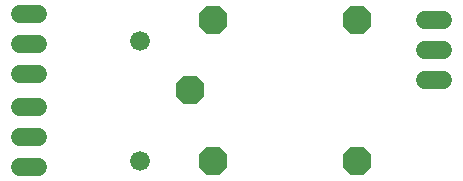
<source format=gbr>
G04 EAGLE Gerber RS-274X export*
G75*
%MOMM*%
%FSLAX34Y34*%
%LPD*%
%INTop Copper*%
%IPPOS*%
%AMOC8*
5,1,8,0,0,1.08239X$1,22.5*%
G01*
%ADD10C,1.676400*%
%ADD11C,1.524000*%
%ADD12P,2.597736X8X202.500000*%
%ADD13P,2.597736X8X22.500000*%


D10*
X121920Y30480D03*
X121920Y132080D03*
D11*
X35560Y154940D02*
X20320Y154940D01*
X20320Y129540D02*
X35560Y129540D01*
X35560Y104140D02*
X20320Y104140D01*
X20320Y25400D02*
X35560Y25400D01*
X35560Y50800D02*
X20320Y50800D01*
X20320Y76200D02*
X35560Y76200D01*
X363220Y149860D02*
X378460Y149860D01*
X378460Y124460D02*
X363220Y124460D01*
X363220Y99060D02*
X378460Y99060D01*
D12*
X183860Y30200D03*
X183860Y150200D03*
D13*
X163860Y90200D03*
X305860Y30200D03*
X305860Y150200D03*
M02*

</source>
